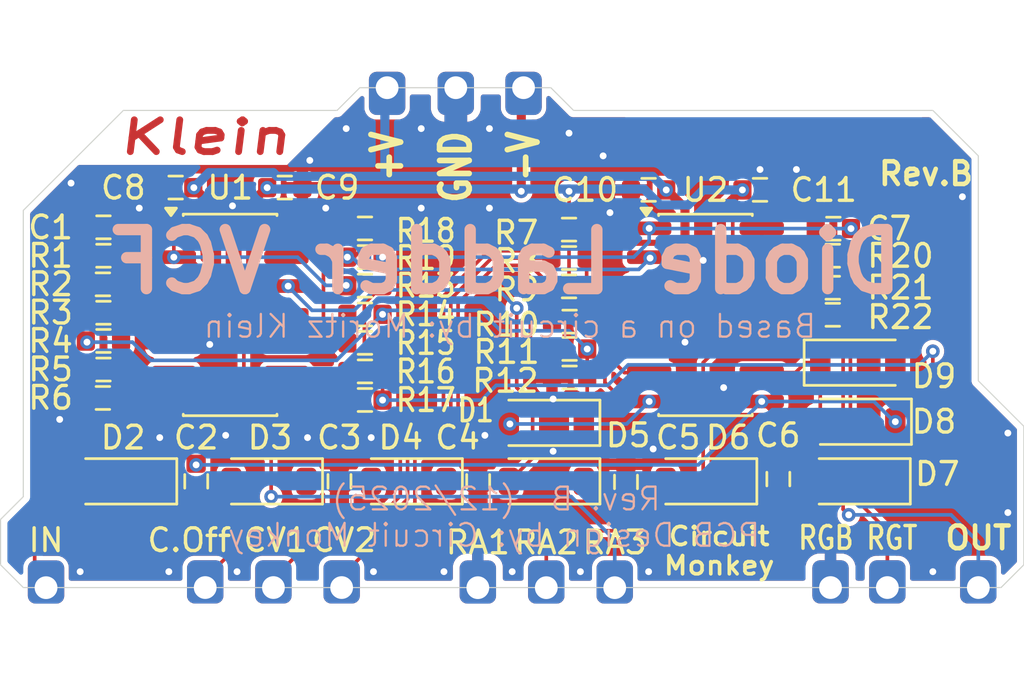
<source format=kicad_pcb>
(kicad_pcb (version 20241229) (generator "pcbnew") (generator_version "9.0")
  (title_block (title "Synth CHIPz module - Klein VCF") (date "2025-11-22") (rev "B") (company "Circuit Monkey") (comment 1 "MIT License") (comment 2 "https://www.youtube.com/watch?v=jvNNgUl3al0") (comment 3 "Based upon Moritz Klein's Diode Ladder Filter Design"))
  (layers (0 "F.Cu" signal) (2 "B.Cu" signal) (13 "F.Paste" user) (15 "B.Paste" user) (5 "F.SilkS" user "F.Silkscreen") (7 "B.SilkS" user "B.Silkscreen") (1 "F.Mask" user) (3 "B.Mask" user) (25 "Edge.Cuts" user))
  (net 0 "")
  (net 1 "Net-(C1-Pad2)")
  (net 2 "Net-(C1-Pad1)")
  (net 3 "Net-(D8-K)")
  (net 4 "Net-(D2-K)")
  (net 5 "Net-(D3-K)")
  (net 6 "GND")
  (net 7 "Net-(D4-K)")
  (net 8 "Net-(D5-K)")
  (net 9 "Net-(D6-K)")
  (net 10 "Net-(U2D-+)")
  (net 11 "Net-(C7-Pad1)")
  (net 12 "+15V")
  (net 13 "-15V")
  (net 14 "Net-(CST2-Pad1)")
  (net 15 "Net-(CST3-Pad1)")
  (net 16 "Net-(CST4-Pad1)")
  (net 17 "Net-(CST5-Pad1)")
  (net 18 "Net-(U1D--)")
  (net 19 "Net-(U2C-+)")
  (net 20 "Net-(U2D--)")
  (net 21 "Net-(D1-K)")
  (net 22 "Net-(D1-A)")
  (net 23 "Net-(D2-A)")
  (net 24 "Net-(D7-K)")
  (net 25 "Net-(D8-A)")
  (net 26 "Net-(U1A-+)")
  (net 27 "Net-(U1A--)")
  (net 28 "Net-(U1B--)")
  (net 29 "Net-(R6-Pad1)")
  (net 30 "Net-(U2B--)")
  (net 31 "Net-(U1C--)")
  (net 32 "Net-(U1C-+)")
  (net 33 "Net-(R17-Pad1)")
  (net 34 "Net-(U2A--)")
  (footprint "CM_Resistor_Capacitor:R_0603_1608Metric" (layer "F.Cu") (at 150.5 83.65 180)
    (property "Reference" "R6")
    (property "Value" "2K")
  )
  (footprint "CM_Resistor_Capacitor:R_0603_1608Metric" (layer "F.Cu") (at 171.025 81.5)
    (property "Reference" "R11")
    (property "Value" "100K")
  )
  (footprint "CM_Resistor_Capacitor:R_0603_1608Metric" (layer "F.Cu") (at 171.025 82.75 180)
    (property "Reference" "R12")
    (property "Value" "27K")
  )
  (footprint "CM_Connector_Castelated:cast-2.0-01P" (layer "F.Cu") (at 182.5 92 -90)
    (property "Reference" "CST6" (hide yes))
    (property "Value" "RGB")
  )
  (footprint "CM_Connector_Castelated:cast-2.0-01P" (layer "F.Cu") (at 170 92.005 -90)
    (property "Reference" "CST8" (hide yes))
    (property "Value" "RA2")
  )
  (footprint "CM_Connector_Castelated:cast-2.0-01P" (layer "F.Cu") (at 189 92 -90)
    (property "Reference" "CST13" (hide yes))
    (property "Value" "OUT")
  )
  (footprint "CM_Resistor_Capacitor:C_0603_1608Metric" (layer "F.Cu") (at 180.2 87.225 -90)
    (property "Reference" "C6")
    (property "Value" "1uF")
  )
  (footprint "CM_Resistor_Capacitor:C_0603_1608Metric" (layer "F.Cu") (at 153.7 74.4)
    (property "Reference" "C8")
    (property "Value" "0.1uF")
  )
  (footprint "CM_Resistor_Capacitor:R_0603_1608Metric" (layer "F.Cu") (at 150.525 77.4)
    (property "Reference" "R1")
    (property "Value" "100K")
  )
  (footprint "Diode_SMD:D_SOD-123" (layer "F.Cu") (at 170 84.75 180)
    (property "Reference" "D1")
    (property "Value" "1N4148")
  )
  (footprint "Diode_SMD:D_SOD-123" (layer "F.Cu") (at 157.8 87.325 180)
    (property "Reference" "D3")
    (property "Value" "1N4148")
  )
  (footprint "CM_Resistor_Capacitor:R_0603_1608Metric" (layer "F.Cu") (at 171 78.75)
    (property "Reference" "R9")
    (property "Value" "68K")
  )
  (footprint "CM_Resistor_Capacitor:R_0603_1608Metric" (layer "F.Cu") (at 171 76.25)
    (property "Reference" "R7")
    (property "Value" "100K")
  )
  (footprint "CM_Resistor_Capacitor:R_0603_1608Metric" (layer "F.Cu") (at 150.525 81.15)
    (property "Reference" "R4")
    (property "Value" "33K")
  )
  (footprint "CM_Connector_Castelated:cast-2.0-01P" (layer "F.Cu") (at 166.99 92.005 -90)
    (property "Reference" "CST9" (hide yes))
    (property "Value" "RA1")
  )
  (footprint "CM_Resistor_Capacitor:R_0603_1608Metric" (layer "F.Cu") (at 162.025 82.491667)
    (property "Reference" "R16")
    (property "Value" "33K")
  )
  (footprint "CM_Resistor_Capacitor:C_0603_1608Metric" (layer "F.Cu") (at 174.5 74.5)
    (property "Reference" "C10")
    (property "Value" "0.1uF")
  )
  (footprint "CM_Connector_Castelated:cast-2.0-01P" (layer "F.Cu") (at 155 92 -90)
    (property "Reference" "CST2" (hide yes))
    (property "Value" "C.Off")
  )
  (footprint "CM_Connector_Castelated:cast-2.0-01P" (layer "F.Cu") (at 185 92 -90)
    (property "Reference" "CST5" (hide yes))
    (property "Value" "RGT")
  )
  (footprint "CM_Resistor_Capacitor:R_0603_1608Metric" (layer "F.Cu") (at 162.025 78.716667)
    (property "Reference" "R13")
    (property "Value" "33K")
  )
  (footprint "CM_Resistor_Capacitor:C_0603_1608Metric" (layer "F.Cu") (at 158.5 74.4)
    (property "Reference" "C9")
    (property "Value" "0.1uF")
  )
  (footprint "CM_Resistor_Capacitor:R_0603_1608Metric" (layer "F.Cu") (at 162.025 79.975 180)
    (property "Reference" "R14")
    (property "Value" "33K")
  )
  (footprint "CM_Connector_Castelated:cast-2.0-01P" (layer "F.Cu") (at 169 70 90)
    (property "Reference" "CST12" (hide yes))
    (property "Value" "-V")
  )
  (footprint "CM_Resistor_Capacitor:R_0603_1608Metric" (layer "F.Cu") (at 182.6 77.4)
    (property "Reference" "R20")
    (property "Value" "200K")
  )
  (footprint "CM_Resistor_Capacitor:C_0603_1608Metric" (layer "F.Cu") (at 160.9 87.325 -90)
    (property "Reference" "C3")
    (property "Value" "1uF")
  )
  (footprint "CM_Resistor_Capacitor:C_0603_1608Metric" (layer "F.Cu") (at 167 87.325 -90)
    (property "Reference" "C4")
    (property "Value" "1uF")
  )
  (footprint "CM_Resistor_Capacitor:R_0603_1608Metric" (layer "F.Cu") (at 150.525 79.9 180)
    (property "Reference" "R3")
    (property "Value" "33K")
  )
  (footprint "CM_Resistor_Capacitor:C_0603_1608Metric" (layer "F.Cu") (at 173.5 87.35 -90)
    (property "Reference" "C5")
    (property "Value" "1uF")
  )
  (footprint "CM_Resistor_Capacitor:C_0603_1608Metric" (layer "F.Cu") (at 179.4 74.5)
    (property "Reference" "C11")
    (property "Value" "0.1uF")
  )
  (footprint "CM_Connector_Castelated:cast-2.0-01P" (layer "F.Cu") (at 158 92 -90)
    (property "Reference" "CST3" (hide yes))
    (property "Value" "CV1")
  )
  (footprint "CM_Resistor_Capacitor:R_0603_1608Metric" (layer "F.Cu") (at 162.025 81.233333)
    (property "Reference" "R15")
    (property "Value" "33K")
  )
  (footprint "Diode_SMD:D_SOD-123" (layer "F.Cu") (at 170 87.325 180)
    (property "Reference" "D5")
    (property "Value" "1N4148")
  )
  (footprint "CM_Resistor_Capacitor:R_0603_1608Metric" (layer "F.Cu") (at 150.525 82.4 180)
    (property "Reference" "R5")
    (property "Value" "33K")
  )
  (footprint "Diode_SMD:D_SOD-123" (layer "F.Cu") (at 183.65 87.325 180)
    (property "Reference" "D7")
    (property "Value" "1N4148")
  )
  (footprint "CM_Resistor_Capacitor:C_0603_1608Metric" (layer "F.Cu") (at 182.625 76.2 180)
    (property "Reference" "C7")
    (property "Value" "1uF")
  )
  (footprint "CM_Resistor_Capacitor:R_0603_1608Metric" (layer "F.Cu") (at 162.025 83.75)
    (property "Reference" "R17")
    (property "Value" "2K")
  )
  (footprint "CM_Resistor_Capacitor:R_0603_1608Metric" (layer "F.Cu") (at 171.025 80.3)
    (property "Reference" "R10")
    (property "Value" "14K")
  )
  (footprint "Package_SO:SO-14_3.9x8.65mm_P1.27mm" (layer "F.Cu") (at 156.095 80)
    (property "Reference" "U1")
    (property "Value" "TL074")
  )
  (footprint "CM_Resistor_Capacitor:C_0603_1608Metric" (layer "F.Cu") (at 150.525 76.15)
    (property "Reference" "C1")
    (property "Value" "1uF")
  )
  (footprint "Diode_SMD:D_SOD-123" (layer "F.Cu") (at 176.9 87.325 180)
    (property "Reference" "D6")
    (property "Value" "1N4148")
  )
  (footprint "Package_SO:SO-14_3.9x8.65mm_P1.27mm" (layer "F.Cu") (at 177 80)
    (property "Reference" "U2")
    (property "Value" "TL074")
  )
  (footprint "CM_Connector_Castelated:cast-2.0-01P" (layer "F.Cu") (at 161 92 -90)
    (property "Reference" "CST4" (hide yes))
    (property "Value" "CV2")
  )
  (footprint "CM_Connector_Castelated:cast-2.0-01P" (layer "F.Cu") (at 148 92.005 -90)
    (property "Reference" "CST1" (hide yes))
    (property "Value" "IN")
  )
  (footprint "CM_Resistor_Capacitor:C_0603_1608Metric" (layer "F.Cu") (at 154.6 87.325 -90)
    (property "Reference" "C2")
    (property "Value" "1uF")
  )
  (footprint "Diode_SMD:D_SOD-123" (layer "F.Cu") (at 163.95 87.325 180)
    (property "Reference" "D4")
    (property "Value" "1N4148")
  )
  (footprint "Diode_SMD:D_SOD-123" (layer "F.Cu") (at 151.39 87.325 180)
    (property "Reference" "D2")
    (property "Value" "1N4148")
  )
  (footprint "Diode_SMD:D_SOD-123" (layer "F.Cu") (at 183.7 82.1)
    (property "Reference" "D9")
    (property "Value" "1N4148")
  )
  (footprint "CM_Resistor_Capacitor:R_0603_1608Metric" (layer "F.Cu") (at 150.5 78.65 180)
    (property "Reference" "R2")
    (property "Value" "2K")
  )
  (footprint "CM_Connector_Castelated:cast-2.0-01P" (layer "F.Cu") (at 163 70 90)
    (property "Reference" "CST10" (hide yes))
    (property "Value" "+V")
  )
  (footprint "CM_Resistor_Capacitor:R_0603_1608Metric" (layer "F.Cu") (at 171 77.5)
    (property "Reference" "R8")
    (property "Value" "68K")
  )
  (footprint "CM_Connector_Castelated:cast-2.0-01P" (layer "F.Cu") (at 173.01 92.005 -90)
    (property "Reference" "CST7" (hide yes))
    (property "Value" "RA3")
  )
  (footprint "CM_Resistor_Capacitor:R_0603_1608Metric" (layer "F.Cu") (at 182.6 80)
    (property "Reference" "R22")
    (property "Value" "1K")
  )
  (footprint "CM_Resistor_Capacitor:R_0603_1608Metric" (layer "F.Cu") (at 162.025 77.458333)
    (property "Reference" "R19")
    (property "Value" "47K")
  )
  (footprint "CM_Resistor_Capacitor:R_0603_1608Metric" (layer "F.Cu") (at 182.6 78.8 180)
    (property "Reference" "R21")
    (property "Value" "100K")
  )
  (footprint "CM_Connector_Castelated:cast-2.0-01P" (layer "F.Cu") (at 166.02 70 90)
    (property "Reference" "CST11" (hide yes))
    (property "Value" "GND")
  )
  (footprint "Diode_SMD:D_SOD-123" (layer "F.Cu") (at 183.7 84.7 180)
    (property "Reference" "D8")
    (property "Value" "1N4148")
  )
  (footprint "CM_Resistor_Capacitor:R_0603_1608Metric" (layer "F.Cu") (at 162.025 76.2)
    (property "Reference" "R18")
    (property "Value" "1K")
  )
  (gr_poly (pts (xy 151.4 71) (xy 160.8 71) (xy 161.8 70) (xy 170.2 70) (xy 171.2 71) (xy 187 71) (xy 189 73) (xy 189 82.9) (xy 191 84.9) (xy 191 91) (xy 190 92) (xy 147 92) (xy 146 91) (xy 146 89) (xy 147 88) (xy 147 75.4)) (stroke (width 0.05)) (fill no) (layer "Edge.Cuts"))
  (gr_text "Diode Ladder VCF" (at 173.3 73 0) (layer "F.Cu" knockout) (effects (font (size 1.3 0.98)) (justify left bottom)))
  (gr_text "Klein" (at 155 73 0) (layer "F.Cu") (effects (font (size 1.4 2) (thickness 0.3) (bold yes) (italic yes)) (justify bottom)))
  (gr_text "Circuit\nMonkey" (at 177.6 91.5 0) (layer "F.SilkS") (effects (font (size 0.8 0.9) (thickness 0.16) (bold yes)) (justify bottom)))
  (gr_text "Rev.B" (at 186.7 73.2 0) (layer "F.SilkS") (effects (font (size 1 1) (thickness 0.2) (bold yes)) (justify top)))
  (gr_text "Rev. B  (12/2025)" (at 167.8 88.1 0) (layer "B.SilkS") (effects (font (size 1 1) (thickness 0.1)) (justify mirror)))
  (gr_text "Based on a circuit by: Moritz Klein" (at 168.4 80.5 0) (layer "B.SilkS") (effects (font (size 1 1) (thickness 0.1)) (justify mirror)))
  (gr_text "PCB Design by: Circuit Monkey" (at 167.7 89.7 0) (layer "B.SilkS") (effects (font (size 1 1) (thickness 0.1)) (justify mirror)))
  (gr_text "Diode Ladder VCF" (at 168.2 77.667051 0) (layer "B.SilkS") (effects (font (size 2.6 2.6) (thickness 0.5) (bold yes)) (justify mirror)))
  (segment (start 150.05 77.4) (end 151.3 76.15) (width 0.16) (layer "F.Cu") (net 1))
  (segment (start 149.75 77.4) (end 150.05 77.4) (width 0.16) (layer "F.Cu") (net 1))
  (segment (start 149.75 76.15) (end 147.95 76.15) (width 0.16) (layer "F.Cu") (net 2))
  (segment (start 147.5 91.119) (end 148 91.619) (width 0.16) (layer "F.Cu") (net 2))
  (segment (start 147.5 76.6) (end 147.5 91.119) (width 0.16) (layer "F.Cu") (net 2))
  (segment (start 147.95 76.15) (end 147.5 76.6) (width 0.16) (layer "F.Cu") (net 2))
  (segment (start 185.35 79.55) (end 185.35 82.1) (width 0.16) (layer "F.Cu") (net 3))
  (segment (start 185.35 84.7) (end 185.35 82.1) (width 0.16) (layer "F.Cu") (net 3))
  (segment (start 180.2 86.45) (end 180.2 84.535) (width 0.16) (layer "F.Cu") (net 3))
  (segment (start 183.375 78.8) (end 184.7 78.8) (width 0.16) (layer "F.Cu") (net 3))
  (segment (start 185.4 79.5) (end 185.35 79.55) (width 0.16) (layer "F.Cu") (net 3))
  (segment (start 184.7 78.8) (end 185.4 79.5) (width 0.16) (layer "F.Cu") (net 3))
  (segment (start 154.6 86.55) (end 154.6 86.6) (width 0.16) (layer "F.Cu") (net 3))
  (segment (start 180.2 84.535) (end 179.475 83.81) (width 0.16) (layer "F.Cu") (net 3))
  (via (at 154.6 86.6) (size 0.6) (drill 0.3) (layers "F.Cu" "B.Cu") (net 3))
  (via (at 179.475 83.81) (size 0.6) (drill 0.3) (layers "F.Cu" "B.Cu") (net 3))
  (via (at 185.35 84.7) (size 0.6) (drill 0.3) (layers "F.Cu" "B.Cu") (net 3))
  (segment (start 185.35 84.7) (end 185.3 84.7) (width 0.16) (layer "B.Cu") (net 3))
  (segment (start 154.6 86.6) (end 176.685 86.6) (width 0.16) (layer "B.Cu") (net 3))
  (segment (start 184.41 83.81) (end 179.475 83.81) (width 0.16) (layer "B.Cu") (net 3))
  (segment (start 176.685 86.6) (end 179.475 83.81) (width 0.16) (layer "B.Cu") (net 3))
  (segment (start 185.3 84.7) (end 184.41 83.81) (width 0.16) (layer "B.Cu") (net 3))
  (segment (start 153.04 87.325) (end 153.825 87.325) (width 0.16) (layer "F.Cu") (net 4))
  (segment (start 156.15 87.325) (end 155.375 87.325) (width 0.16) (layer "F.Cu") (net 4))
  (segment (start 153.825 87.325) (end 154.6 88.1) (width 0.16) (layer "F.Cu") (net 4))
  (segment (start 155.375 87.325) (end 154.6 88.1) (width 0.16) (layer "F.Cu") (net 4))
  (segment (start 160.125 87.325) (end 160.9 88.1) (width 0.16) (layer "F.Cu") (net 5))
  (segment (start 159.45 87.325) (end 160.125 87.325) (width 0.16) (layer "F.Cu") (net 5))
  (segment (start 162.3 87.325) (end 161.675 87.325) (width 0.16) (layer "F.Cu") (net 5))
  (segment (start 161.675 87.325) (end 160.9 88.1) (width 0.16) (layer "F.Cu") (net 5))
  (via (at 167.3 85.3) (size 0.6) (drill 0.3) (layers "F.Cu" "B.Cu") (net 6))
  (via (at 149.1 74.2) (size 0.6) (drill 0.3) (layers "F.Cu" "B.Cu") (net 6))
  (via (at 176.9 77.6) (size 0.6) (drill 0.3) (layers "F.Cu" "B.Cu") (net 6))
  (via (at 168.5 91.3) (size 0.6) (drill 0.3) (layers "F.Cu" "B.Cu") (net 6))
  (via (at 170.3 86) (size 0.6) (drill 0.3) (layers "F.Cu" "B.Cu") (net 6))
  (via (at 188.3 74.8) (size 0.6) (drill 0.3) (layers "F.Cu" "B.Cu") (net 6))
  (via (at 174.5 91.3) (size 0.6) (drill 0.3) (layers "F.Cu" "B.Cu") (net 6))
  (via (at 170.3 83.7) (size 0.6) (drill 0.3) (layers "F.Cu" "B.Cu") (net 6))
  (via (at 176.1 81.2) (size 0.6) (drill 0.3) (layers "F.Cu" "B.Cu") (net 6))
  (via (at 162.4 91.3) (size 0.6) (drill 0.3) (layers "F.Cu" "B.Cu") (net 6))
  (via (at 161.2 71.8) (size 0.6) (drill 0.3) (layers "F.Cu" "B.Cu") (net 6))
  (via (at 190.3 88.7) (size 0.6) (drill 0.3) (layers "F.Cu" "B.Cu") (net 6))
  (via (at 190.3 85.2) (size 0.6) (drill 0.3) (layers "F.Cu" "B.Cu") (net 6))
  (via (at 181 73.6) (size 0.6) (drill 0.3) (layers "F.Cu" "B.Cu") (net 6))
  (via (at 152.1 75.3) (size 0.6) (drill 0.3) (layers "F.Cu" "B.Cu") (net 6))
  (via (at 171 72) (size 0.6) (drill 0.3) (layers "F.Cu" "B.Cu") (net 6))
  (via (at 159.6 73.2) (size 0.6) (drill 0.3) (layers "F.Cu" "B.Cu") (net 6))
  (via (at 156.2 75.2) (size 0.6) (drill 0.3) (layers "F.Cu" "B.Cu") (net 6))
  (via (at 148.6 84.6) (size 0.6) (drill 0.3) (layers "F.Cu" "B.Cu") (net 6))
  (via (at 160.3 75.3) (size 0.6) (drill 0.3) (layers "F.Cu" "B.Cu") (net 6))
  (via (at 167.5 75.3) (size 0.6) (drill 0.3) (layers "F.Cu" "B.Cu") (net 6))
  (via (at 177.8 83.2) (size 0.6) (drill 0.3) (layers "F.Cu" "B.Cu") (net 6))
  (via (at 164.5 75.3) (size 0.6) (drill 0.3) (layers "F.Cu" "B.Cu") (net 6))
  (via (at 171.5 91.3) (size 0.6) (drill 0.3) (layers "F.Cu" "B.Cu") (net 6))
  (via (at 155.9 85.3) (size 0.6) (drill 0.3) (layers "F.Cu" "B.Cu") (net 6))
  (via (at 167.5 71.8) (size 0.6) (drill 0.3) (layers "F.Cu" "B.Cu") (net 6))
  (via (at 156.4 91.3) (size 0.6) (drill 0.3) (layers "F.Cu" "B.Cu") (net 6))
  (via (at 179.4 73.6) (size 0.6) (drill 0.3) (layers "F.Cu" "B.Cu") (net 6))
  (via (at 153 85.4) (size 0.6) (drill 0.3) (layers "F.Cu" "B.Cu") (net 6))
  (via (at 172.8 75.5) (size 0.6) (drill 0.3) (layers "F.Cu" "B.Cu") (net 6))
  (via (at 172.5 73) (size 0.6) (drill 0.3) (layers "F.Cu" "B.Cu") (net 6))
  (via (at 155.2 81.3) (size 0.6) (drill 0.3) (layers "F.Cu" "B.Cu") (net 6))
  (via (at 162.3 85.4) (size 0.6) (drill 0.3) (layers "F.Cu" "B.Cu") (net 6))
  (via (at 187 91.3) (size 0.6) (drill 0.3) (layers "F.Cu" "B.Cu") (net 6))
  (via (at 149.5 91.3) (size 0.6) (drill 0.3) (layers "F.Cu" "B.Cu") (net 6))
  (via (at 153.4 91.3) (size 0.6) (drill 0.3) (layers "F.Cu" "B.Cu") (net 6))
  (via (at 164.5 71.8) (size 0.6) (drill 0.3) (layers "F.Cu" "B.Cu") (net 6))
  (via (at 159.5 85.4) (size 0.6) (drill 0.3) (layers "F.Cu" "B.Cu") (net 6))
  (via (at 165.5 91.3) (size 0.6) (drill 0.3) (layers "F.Cu" "B.Cu") (net 6))
  (via (at 174.7 85.9) (size 0.6) (drill 0.3) (layers "F.Cu" "B.Cu") (net 6))
  (segment (start 168.375 87.325) (end 168.35 87.325) (width 0.16) (layer "F.Cu") (net 7))
  (segment (start 169.4 83.9) (end 169.4 86.3) (width 0.16) (layer "F.Cu") (net 7))
  (segment (start 166.225 87.325) (end 167 88.1) (width 0.16) (layer "F.Cu") (net 7))
  (segment (start 168.35 87.325) (end 167.775 87.325) (width 0.16) (layer "F.Cu") (net 7))
  (segment (start 168.7 79.7) (end 168.7 83.2) (width 0.16) (layer "F.Cu") (net 7))
  (segment (start 168.7 83.2) (end 169.4 83.9) (width 0.16) (layer "F.Cu") (net 7))
  (segment (start 158.643403 78.73) (end 158.646785 78.733382) (width 0.16) (layer "F.Cu") (net 7))
  (segment (start 169.4 86.3) (end 168.375 87.325) (width 0.16) (layer "F.Cu") (net 7))
  (segment (start 158.57 78.73) (end 158.643403 78.73) (width 0.16) (layer "F.Cu") (net 7))
  (segment (start 165.6 87.325) (end 166.225 87.325) (width 0.16) (layer "F.Cu") (net 7))
  (segment (start 167.775 87.325) (end 167 88.1) (width 0.16) (layer "F.Cu") (net 7))
  (via (at 158.646785 78.733382) (size 0.6) (drill 0.3) (layers "F.Cu" "B.Cu") (net 7))
  (via (at 168.7 79.7) (size 0.6) (drill 0.3) (layers "F.Cu" "B.Cu") (net 7))
  (segment (start 162.45 78.9) (end 167.9 78.9) (width 0.16) (layer "B.Cu") (net 7))
  (segment (start 161.55 79.8) (end 162.45 78.9) (width 0.16) (layer "B.Cu") (net 7))
  (segment (start 158.646785 78.746785) (end 159.7 79.8) (width 0.16) (layer "B.Cu") (net 7))
  (segment (start 167.9 78.9) (end 168.7 79.7) (width 0.16) (layer "B.Cu") (net 7))
  (segment (start 158.646785 78.733382) (end 158.646785 78.746785) (width 0.16) (layer "B.Cu") (net 7))
  (segment (start 159.7 79.8) (end 161.55 79.8) (width 0.16) (layer "B.Cu") (net 7))
  (segment (start 172.7 87.325) (end 173.5 88.125) (width 0.16) (layer "F.Cu") (net 8))
  (segment (start 171.65 87.325) (end 172.7 87.325) (width 0.16) (layer "F.Cu") (net 8))
  (segment (start 174.3 87.325) (end 173.5 88.125) (width 0.16) (layer "F.Cu") (net 8))
  (segment (start 175.25 87.325) (end 174.3 87.325) (width 0.16) (layer "F.Cu") (net 8))
  (segment (start 180.875 87.325) (end 180.2 88) (width 0.16) (layer "F.Cu") (net 9))
  (segment (start 178.55 87.325) (end 179.525 87.325) (width 0.16) (layer "F.Cu") (net 9))
  (segment (start 182 87.325) (end 180.875 87.325) (width 0.16) (layer "F.Cu") (net 9))
  (segment (start 179.525 87.325) (end 180.2 88) (width 0.16) (layer "F.Cu") (net 9))
  (segment (start 178.2 75.9) (end 178.2 78.6) (width 0.16) (layer "F.Cu") (net 10))
  (segment (start 181.85 76.2) (end 181.25 75.6) (width 0.16) (layer "F.Cu") (net 10))
  (segment (start 181.25 75.6) (end 178.5 75.6) (width 0.16) (layer "F.Cu") (net 10))
  (segment (start 178.2 78.6) (end 178.33 78.73) (width 0.16) (layer "F.Cu") (net 10))
  (segment (start 181.85 77.375) (end 181.825 77.4) (width 0.16) (layer "F.Cu") (net 10))
  (segment (start 181.85 76.2) (end 181.85 77.375) (width 0.16) (layer "F.Cu") (net 10))
  (segment (start 178.33 78.73) (end 179.475 78.73) (width 0.16) (layer "F.Cu") (net 10))
  (segment (start 178.5 75.6) (end 178.2 75.9) (width 0.16) (layer "F.Cu") (net 10))
  (via (at 174.525 76.19) (size 0.6) (drill 0.3) (layers "F.Cu" "B.Cu") (net 11))
  (via (at 162.8 77.458333) (size 0.6) (drill 0.3) (layers "F.Cu" "B.Cu") (net 11))
  (via (at 183.4 76.2) (size 0.6) (drill 0.3) (layers "F.Cu" "B.Cu") (net 11))
  (segment (start 173.841667 77.458333) (end 162.8 77.458333) (width 0.16) (layer "B.Cu") (net 11))
  (segment (start 174.525 76.19) (end 174.525 76.775) (width 0.16) (layer "B.Cu") (net 11))
  (segment (start 174.535 76.2) (end 174.525 76.19) (width 0.16) (layer "B.Cu") (net 11))
  (segment (start 183.4 76.2) (end 174.535 76.2) (width 0.16) (layer "B.Cu") (net 11))
  (segment (start 174.525 76.775) (end 173.841667 77.458333) (width 0.16) (layer "B.Cu") (net 11))
  (segment (start 154.9 80) (end 153.62 80) (width 0.4) (layer "F.Cu") (net 12))
  (segment (start 154.5 74.4) (end 155.5 75.4) (width 0.4) (layer "F.Cu") (net 12))
  (segment (start 155.5 79.4) (end 154.9 80) (width 0.4) (layer "F.Cu") (net 12))
  (segment (start 154.475 74.4) (end 154.5 74.4) (width 0.4) (layer "F.Cu") (net 12))
  (segment (start 155.5 75.4) (end 155.5 79.4) (width 0.4) (layer "F.Cu") (net 12))
  (segment (start 176.1 79.6) (end 176.1 75.3) (width 0.4) (layer "F.Cu") (net 12))
  (segment (start 176.1 75.3) (end 175.3 74.5) (width 0.4) (layer "F.Cu") (net 12))
  (segment (start 175.7 80) (end 176.1 79.6) (width 0.4) (layer "F.Cu") (net 12))
  (segment (start 175.3 74.5) (end 175.275 74.5) (width 0.4) (layer "F.Cu") (net 12))
  (segment (start 174.525 80) (end 175.7 80) (width 0.4) (layer "F.Cu") (net 12))
  (via (at 175.275 74.5) (size 0.6) (drill 0.3) (layers "F.Cu" "B.Cu") (net 12))
  (via (at 154.5 74.4) (size 0.6) (drill 0.3) (layers "F.Cu" "B.Cu") (net 12))
  (segment (start 174.675 73.9) (end 162.9 73.9) (width 0.4) (layer "B.Cu") (net 12))
  (segment (start 162.9 73.9) (end 158.159796 73.9) (width 0.4) (layer "B.Cu") (net 12))
  (segment (start 158.159796 73.9) (end 157.998796 73.739) (width 0.4) (layer "B.Cu") (net 12))
  (segment (start 175.275 74.5) (end 174.675 73.9) (width 0.4) (layer "B.Cu") (net 12))
  (segment (start 162.9 70.501) (end 163 70.501) (width 0.4) (layer "B.Cu") (net 12))
  (segment (start 157.998796 73.739) (end 155.161 73.739) (width 0.4) (layer "B.Cu") (net 12))
  (segment (start 162.9 73.9) (end 162.9 70.501) (width 0.4) (layer "B.Cu") (net 12))
  (segment (start 155.161 73.739) (end 154.5 74.4) (width 0.4) (layer "B.Cu") (net 12))
  (segment (start 157.7 74.4) (end 157.725 74.4) (width 0.4) (layer "F.Cu") (net 13))
  (segment (start 177.7 79.4) (end 178.3 80) (width 0.4) (layer "F.Cu") (net 13))
  (segment (start 170.25 81.5) (end 169.7 81.5) (width 0.16) (layer "F.Cu") (net 13))
  (segment (start 178.6 74.5) (end 177.7 75.4) (width 0.4) (layer "F.Cu") (net 13))
  (segment (start 178.625 74.5) (end 178.6 74.5) (width 0.4) (layer "F.Cu") (net 13))
  (segment (start 170.471038 79.6) (end 171 79.071038) (width 0.16) (layer "F.Cu") (net 13))
  (segment (start 171 79.071038) (end 171 74.56) (width 0.16) (layer "F.Cu") (net 13))
  (segment (start 169.4 79.6) (end 170.471038 79.6) (width 0.16) (layer "F.Cu") (net 13))
  (segment (start 169.7 81.5) (end 169.3 81.1) (width 0.16) (layer "F.Cu") (net 13))
  (segment (start 158.57 80) (end 157.4 80) (width 0.4) (layer "F.Cu") (net 13))
  (segment (start 157.4 80) (end 157 79.6) (width 0.4) (layer "F.Cu") (net 13))
  (segment (start 169.3 81.1) (end 169.3 79.7) (width 0.16) (layer "F.Cu") (net 13))
  (segment (start 178.3 80) (end 179.475 80) (width 0.4) (layer "F.Cu") (net 13))
  (segment (start 168.9 74.56) (end 168.9 70.501) (width 0.4) (layer "F.Cu") (net 13))
  (segment (start 177.7 75.4) (end 177.7 79.4) (width 0.4) (layer "F.Cu") (net 13))
  (segment (start 169.3 79.7) (end 169.4 79.6) (width 0.16) (layer "F.Cu") (net 13))
  (segment (start 157 79.6) (end 157 75.1) (width 0.4) (layer "F.Cu") (net 13))
  (segment (start 157 75.1) (end 157.7 74.4) (width 0.4) (layer "F.Cu") (net 13))
  (segment (start 168.9 70.501) (end 169 70.501) (width 0.4) (layer "F.Cu") (net 13))
  (via (at 168.9 74.56) (size 0.6) (drill 0.3) (layers "F.Cu" "B.Cu") (net 13))
  (via (at 157.725 74.4) (size 0.6) (drill 0.3) (layers "F.Cu" "B.Cu") (net 13))
  (via (at 178.625 74.5) (size 0.6) (drill 0.3) (layers "F.Cu" "B.Cu") (net 13))
  (via (at 171 74.56) (size 0.6) (drill 0.3) (layers "F.Cu" "B.Cu") (net 13))
  (segment (start 157.786 74.461) (end 168.9 74.461) (width 0.4) (layer "B.Cu") (net 13))
  (segment (start 176.9 74.5) (end 178.625 74.5) (width 0.4) (layer "B.Cu") (net 13))
  (segment (start 168.9 74.461) (end 174.301204 74.461) (width 0.4) (layer "B.Cu") (net 13))
  (segment (start 174.301204 74.461) (end 175.001204 75.161) (width 0.4) (layer "B.Cu") (net 13))
  (segment (start 176.239 75.161) (end 176.9 74.5) (width 0.4) (layer "B.Cu") (net 13))
  (segment (start 168.9 74.461) (end 168.9 74.56) (width 0.4) (layer "B.Cu") (net 13))
  (segment (start 175.001204 75.161) (end 176.239 75.161) (width 0.4) (layer "B.Cu") (net 13))
  (segment (start 157.725 74.4) (end 157.786 74.461) (width 0.4) (layer "B.Cu") (net 13))
  (segment (start 167.467038 77.179) (end 165.479 79.167038) (width 0.16) (layer "F.Cu") (net 14))
  (segment (start 161.667038 89.879) (end 156.721 89.879) (width 0.16) (layer "F.Cu") (net 14))
  (segment (start 156.721 89.879) (end 155 91.6) (width 0.16) (layer "F.Cu") (net 14))
  (segment (start 163.579 87.967038) (end 161.667038 89.879) (width 0.16) (layer "F.Cu") (net 14))
  (segment (start 165.479 84.167038) (end 163.579 86.067038) (width 0.16) (layer "F.Cu") (net 14))
  (segment (start 155 91.619) (end 154.9 91.619) (width 0.16) (layer "F.Cu") (net 14))
  (segment (start 170.25 76.25) (end 169.321 77.179) (width 0.16) (layer "F.Cu") (net 14))
  (segment (start 155 91.6) (end 155 91.619) (width 0.16) (layer "F.Cu") (net 14))
  (segment (start 169.321 77.179) (end 167.467038 77.179) (width 0.16) (layer "F.Cu") (net 14))
  (segment (start 165.479 79.167038) (end 165.479 84.167038) (width 0.16) (layer "F.Cu") (net 14))
  (segment (start 163.579 86.067038) (end 163.579 87.967038) (width 0.16) (layer "F.Cu") (net 14))
  (segment (start 165.8 84.3) (end 163.9 86.2) (width 0.16) (layer "F.Cu") (net 15))
  (segment (start 167.6 77.5) (end 165.8 79.3) (width 0.16) (layer "F.Cu") (net 15))
  (segment (start 163.9 88.1) (end 161.8 90.2) (width 0.16) (layer "F.Cu") (net 15))
  (segment (start 163.9 86.2) (end 163.9 88.1) (width 0.16) (layer "F.Cu") (net 15))
  (segment (start 159.4 90.2) (end 157.981 91.619) (width 0.16) (layer "F.Cu") (net 15))
  (segment (start 161.8 90.2) (end 159.4 90.2) (width 0.16) (layer "F.Cu") (net 15))
  (segment (start 165.8 79.3) (end 165.8 84.3) (width 0.16) (layer "F.Cu") (net 15))
  (segment (start 170.225 77.5) (end 167.6 77.5) (width 0.16) (layer "F.Cu") (net 15))
  (segment (start 157.981 91.619) (end 157.9 91.619) (width 0.16) (layer "F.Cu") (net 15))
  (segment (start 164.221 88.279) (end 160.9 91.6) (width 0.16) (layer "F.Cu") (net 16))
  (segment (start 167.779 77.821) (end 166.121 79.479) (width 0.16) (layer "F.Cu") (net 16))
  (segment (start 166.121 79.479) (end 166.121 84.432962) (width 0.16) (layer "F.Cu") (net 16))
  (segment (start 170.225 78.75) (end 169.296 77.821) (width 0.16) (layer "F.Cu") (net 16))
  (segment (start 166.121 84.432962) (end 164.221 86.332963) (width 0.16) (layer "F.Cu") (net 16))
  (segment (start 169.296 77.821) (end 167.779 77.821) (width 0.16) (layer "F.Cu") (net 16))
  (segment (start 160.9 91.6) (end 160.9 91.619) (width 0.16) (layer "F.Cu") (net 16))
  (segment (start 164.221 86.332963) (end 164.221 88.279) (width 0.16) (layer "F.Cu") (net 16))
  (segment (start 183.375 87.875) (end 185 89.5) (width 0.16) (layer "F.Cu") (net 17))
  (segment (start 183.375 80) (end 183.375 87.875) (width 0.16) (layer "F.Cu") (net 17))
  (segment (start 185 89.5) (end 185 91.619) (width 0.16) (layer "F.Cu") (net 17))
  (segment (start 158.57 76.19) (end 158.57 77.46) (width 0.16) (layer "F.Cu") (net 18))
  (segment (start 157.9 88) (end 157.9 86.3) (width 0.16) (layer "F.Cu") (net 18))
  (segment (start 160 80.6) (end 160.2 80.4) (width 0.16) (layer "F.Cu") (net 18))
  (segment (start 160.2 77.7) (end 159.96 77.46) (width 0.16) (layer "F.Cu") (net 18))
  (segment (start 157.3 80.6) (end 160 80.6) (width 0.16) (layer "F.Cu") (net 18))
  (segment (start 159.96 77.46) (end 158.57 77.46) (width 0.16) (layer "F.Cu") (net 18))
  (segment (start 156.7 85.1) (end 156.7 81.2) (width 0.16) (layer "F.Cu") (net 18))
  (segment (start 160.2 80.4) (end 160.2 77.7) (width 0.16) (layer "F.Cu") (net 18))
  (segment (start 158.58 76.2) (end 158.57 76.19) (width 0.16) (layer "F.Cu") (net 18))
  (segment (start 161.25 76.2) (end 158.58 76.2) (width 0.16) (layer "F.Cu") (net 18))
  (segment (start 157.9 86.3) (end 156.7 85.1) (width 0.16) (layer "F.Cu") (net 18))
  (segment (start 156.7 81.2) (end 157.3 80.6) (width 0.16) (layer "F.Cu") (net 18))
  (via (at 157.9 88) (size 0.6) (drill 0.3) (layers "F.Cu" "B.Cu") (net 18))
  (segment (start 157.9 88) (end 171.1 88) (width 0.16) (layer "B.Cu") (net 18))
  (segment (start 171.1 88) (end 173.01 89.91) (width 0.16) (layer "B.Cu") (net 18))
  (segment (start 173.01 89.91) (end 173.01 91.619) (width 0.16) (layer "B.Cu") (net 18))
  (segment (start 176.9 82.1) (end 176.9 89.1) (width 0.16) (layer "F.Cu") (net 19))
  (segment (start 170 90.3) (end 170 91.619) (width 0.16) (layer "F.Cu") (net 19))
  (segment (start 179.475 81.27) (end 177.73 81.27) (width 0.16) (layer "F.Cu") (net 19))
  (segment (start 177.73 81.27) (end 176.9 82.1) (width 0.16) (layer "F.Cu") (net 19))
  (segment (start 176.9 89.1) (end 176.5 89.5) (width 0.16) (layer "F.Cu") (net 19))
  (segment (start 176.5 89.5) (end 170.8 89.5) (width 0.16) (layer "F.Cu") (net 19))
  (segment (start 170.8 89.5) (end 170 90.3) (width 0.16) (layer "F.Cu") (net 19))
  (segment (start 182.3 78.1) (end 182.7 78.5) (width 0.16) (layer "F.Cu") (net 20))
  (segment (start 180.8 78.1) (end 182.3 78.1) (width 0.16) (layer "F.Cu") (net 20))
  (segment (start 183.054 81.096371) (end 183.054 88.554) (width 0.16) (layer "F.Cu") (net 20))
  (segment (start 179.475 77.46) (end 180.16 77.46) (width 0.16) (layer "F.Cu") (net 20))
  (segment (start 182.7 78.5) (end 182.7 80.742371) (width 0.16) (layer "F.Cu") (net 20))
  (segment (start 180.16 77.46) (end 180.8 78.1) (width 0.16) (layer "F.Cu") (net 20))
  (segment (start 179.475 76.19) (end 179.475 77.46) (width 0.16) (layer "F.Cu") (net 20))
  (segment (start 183.054 88.554) (end 183.3 88.8) (width 0.16) (layer "F.Cu") (net 20))
  (segment (start 182.7 80.742371) (end 183.054 81.096371) (width 0.16) (layer "F.Cu") (net 20))
  (via (at 183.3 88.8) (size 0.6) (drill 0.3) (layers "F.Cu" "B.Cu") (net 20))
  (segment (start 183.3 88.8) (end 187.8 88.8) (width 0.16) (layer "B.Cu") (net 20))
  (segment (start 189 90) (end 189 91.619) (width 0.16) (layer "B.Cu") (net 20))
  (segment (start 187.8 88.8) (end 189 90) (width 0.16) (layer "B.Cu") (net 20))
  (segment (start 171.8 84.6) (end 171.65 84.75) (width 0.16) (layer "F.Cu") (net 21))
  (segment (start 171.8 82.75) (end 171.8 84.6) (width 0.16) (layer "F.Cu") (net 21))
  (segment (start 171.8 81.5) (end 171.8 82.75) (width 0.16) (layer "F.Cu") (net 21))
  (segment (start 149.75 81.15) (end 149.8 81.2) (width 0.16) (layer "F.Cu") (net 21))
  (via (at 171.8 81.5) (size 0.6) (drill 0.3) (layers "F.Cu" "B.Cu") (net 21))
  (via (at 162.8 79.975) (size 0.6) (drill 0.3) (layers "F.Cu" "B.Cu") (net 21))
  (via (at 149.8 81.2) (size 0.6) (drill 0.3) (layers "F.Cu" "B.Cu") (net 21))
  (segment (start 152.6 82) (end 160.775 82) (width 0.16) (layer "B.Cu") (net 21))
  (segment (start 171 80.7) (end 171.8 81.5) (width 0.16) (layer "B.Cu") (net 21))
  (segment (start 168 80.7) (end 171 80.7) (width 0.16) (layer "B.Cu") (net 21))
  (segment (start 162.8 79.975) (end 162.975 79.8) (width 0.16) (layer "B.Cu") (net 21))
  (segment (start 167.1 79.8) (end 168 80.7) (width 0.16) (layer "B.Cu") (net 21))
  (segment (start 162.975 79.8) (end 167.1 79.8) (width 0.16) (layer "B.Cu") (net 21))
  (segment (start 151.8 81.2) (end 152.6 82) (width 0.16) (layer "B.Cu") (net 21))
  (segment (start 149.8 81.2) (end 151.8 81.2) (width 0.16) (layer "B.Cu") (net 21))
  (segment (start 160.775 82) (end 162.8 79.975) (width 0.16) (layer "B.Cu") (net 21))
  (segment (start 174.525 83.81) (end 173.41 83.81) (width 0.16) (layer "F.Cu") (net 22))
  (segment (start 172.579 82.979) (end 172.579 80.779) (width 0.16) (layer "F.Cu") (net 22))
  (segment (start 172.579 80.779) (end 171.8 80) (width 0.16) (layer "F.Cu") (net 22))
  (segment (start 168.35 84.75) (end 168.4 84.8) (width 0.16) (layer "F.Cu") (net 22))
  (segment (start 173.41 83.81) (end 172.579 82.979) (width 0.16) (layer "F.Cu") (net 22))
  (via (at 174.525 83.81) (size 0.6) (drill 0.3) (layers "F.Cu" "B.Cu") (net 22))
  (via (at 168.4 84.8) (size 0.6) (drill 0.3) (layers "F.Cu" "B.Cu") (net 22))
  (segment (start 168.4 84.8) (end 173.535 84.8) (width 0.16) (layer "B.Cu") (net 22))
  (segment (start 173.535 84.8) (end 174.525 83.81) (width 0.16) (layer "B.Cu") (net 22))
  (segment (start 149.74 87.325) (end 149.74 83.665) (width 0.16) (layer "F.Cu") (net 23))
  (segment (start 149.75 83.625) (end 149.725 83.65) (width 0.16) (layer "F.Cu") (net 23))
  (segment (start 149.75 82.4) (end 149.75 83.625) (width 0.16) (layer "F.Cu") (net 23))
  (segment (start 149.74 83.665) (end 149.725 83.65) (width 0.16) (layer "F.Cu") (net 23))
  (segment (start 186.375 87.325) (end 185.3 87.325) (width 0.16) (layer "F.Cu") (net 24))
  (segment (start 162.8 82.491667) (end 162.8 83.75) (width 0.16) (layer "F.Cu") (net 24))
  (segment (start 187 81.6) (end 187 86.7) (width 0.16) (layer "F.Cu") (net 24))
  (segment (start 187 86.7) (end 186.375 87.325) (width 0.16) (layer "F.Cu") (net 24))
  (via (at 162.8 83.75) (size 0.6) (drill 0.3) (layers "F.Cu" "B.Cu") (net 24))
  (via (at 187 81.6) (size 0.6) (drill 0.3) (layers "F.Cu" "B.Cu") (net 24))
  (segment (start 186.4 82.2) (end 187 81.6) (width 0.16) (layer "B.Cu") (net 24))
  (segment (start 172.7 83.1) (end 173.6 82.2) (width 0.16) (layer "B.Cu") (net 24))
  (segment (start 162.8 83.75) (end 167.15 83.75) (width 0.16) (layer "B.Cu") (net 24))
  (segment (start 167.15 83.75) (end 167.8 83.1) (width 0.16) (layer "B.Cu") (net 24))
  (segment (start 173.6 82.2) (end 186.4 82.2) (width 0.16) (layer "B.Cu") (net 24))
  (segment (start 167.8 83.1) (end 172.7 83.1) (width 0.16) (layer "B.Cu") (net 24))
  (segment (start 180.96 82.54) (end 179.475 82.54) (width 0.16) (layer "F.Cu") (net 25))
  (segment (start 182.05 84.7) (end 182.05 82.1) (width 0.16) (layer "F.Cu") (net 25))
  (segment (start 182.05 80.4) (end 182.05 82.1) (width 0.16) (layer "F.Cu") (net 25))
  (segment (start 181.825 78.8) (end 181.825 80) (width 0.16) (layer "F.Cu") (net 25))
  (segment (start 181.825 80) (end 181.825 80.175) (width 0.16) (layer "F.Cu") (net 25))
  (segment (start 182.05 82.1) (end 181.4 82.1) (width 0.16) (layer "F.Cu") (net 25))
  (segment (start 181.825 80.175) (end 182.05 80.4) (width 0.16) (layer "F.Cu") (net 25))
  (segment (start 181.4 82.1) (end 180.96 82.54) (width 0.16) (layer "F.Cu") (net 25))
  (segment (start 151.3 77.4) (end 151.3 78.625) (width 0.16) (layer "F.Cu") (net 26))
  (segment (start 151.3 78.625) (end 151.275 78.65) (width 0.16) (layer "F.Cu") (net 26))
  (segment (start 151.355 78.73) (end 151.275 78.65) (width 0.16) (layer "F.Cu") (net 26))
  (segment (start 153.62 78.73) (end 151.355 78.73) (width 0.16) (layer "F.Cu") (net 26))
  (segment (start 152.5 79.4) (end 154.7 79.4) (width 0.16) (layer "F.Cu") (net 27))
  (segment (start 155 78.1825) (end 154.2775 77.46) (width 0.16) (layer "F.Cu") (net 27))
  (segment (start 153.62 77.46) (end 153.62 76.19) (width 0.16) (layer "F.Cu") (net 27))
  (segment (start 154.2775 77.46) (end 153.62 77.46) (width 0.16) (layer "F.Cu") (net 27))
  (segment (start 155 79.1) (end 155 78.1825) (width 0.16) (layer "F.Cu") (net 27))
  (segment (start 152 79.9) (end 152.5 79.4) (width 0.16) (layer "F.Cu") (net 27))
  (segment (start 154.7 79.4) (end 155 79.1) (width 0.16) (layer "F.Cu") (net 27))
  (segment (start 161.216667 78.716667) (end 161.2 78.7) (width 0.16) (layer "F.Cu") (net 27))
  (segment (start 151.3 79.9) (end 152 79.9) (width 0.16) (layer "F.Cu") (net 27))
  (segment (start 161.25 78.716667) (end 161.216667 78.716667) (width 0.16) (layer "F.Cu") (net 27))
  (via (at 161.2 78.7) (size 0.6) (drill 0.3) (layers "F.Cu" "B.Cu") (net 27))
  (via (at 153.62 77.46) (size 0.6) (drill 0.3) (layers "F.Cu" "B.Cu") (net 27))
  (segment (start 153.62 77.46) (end 159.06 77.46) (width 0.16) (layer "B.Cu") (net 27))
  (segment (start 160.3 78.7) (end 161.2 78.7) (width 0.16) (layer "B.Cu") (net 27))
  (segment (start 159.06 77.46) (end 160.3 78.7) (width 0.16) (layer "B.Cu") (net 27))
  (segment (start 149.75 79.9) (end 150.05 79.9) (width 0.16) (layer "F.Cu") (net 28))
  (segment (start 150.05 79.9) (end 151.3 81.15) (width 0.16) (layer "F.Cu") (net 28))
  (segment (start 151.44 82.54) (end 151.3 82.4) (width 0.16) (layer "F.Cu") (net 28))
  (segment (start 151.3 82.4) (end 151.3 81.15) (width 0.16) (layer "F.Cu") (net 28))
  (segment (start 153.62 82.54) (end 151.44 82.54) (width 0.16) (layer "F.Cu") (net 28))
  (segment (start 151.435 83.81) (end 151.275 83.65) (width 0.16) (layer "F.Cu") (net 29))
  (segment (start 153.62 83.81) (end 151.435 83.81) (width 0.16) (layer "F.Cu") (net 29))
  (segment (start 171.775 78.75) (end 171.775 77.5) (width 0.16) (layer "F.Cu") (net 30))
  (segment (start 172.35 78.75) (end 171.775 78.75) (width 0.16) (layer "F.Cu") (net 30))
  (segment (start 173.44 82.54) (end 172.9 82) (width 0.16) (layer "F.Cu") (net 30))
  (segment (start 171.8 76.25) (end 171.8 77.475) (width 0.16) (layer "F.Cu") (net 30))
  (segment (start 170.25 80) (end 170.525 80) (width 0.16) (layer "F.Cu") (net 30))
  (segment (start 170.525 80) (end 171.775 78.75) (width 0.16) (layer "F.Cu") (net 30))
  (segment (start 172.9 82) (end 172.9 79.3) (width 0.16) (layer "F.Cu") (net 30))
  (segment (start 171.8 77.475) (end 171.775 77.5) (width 0.16) (layer "F.Cu") (net 30))
  (segment (start 172.9 79.3) (end 172.35 78.75) (width 0.16) (layer "F.Cu") (net 30))
  (segment (start 174.525 82.54) (end 173.44 82.54) (width 0.16) (layer "F.Cu") (net 30))
  (segment (start 162 82.2) (end 162 79.5) (width 0.16) (layer "F.Cu") (net 31))
  (segment (start 158.57 82.54) (end 161.201667 82.54) (width 0.16) (layer "F.Cu") (net 31))
  (segment (start 162.783333 78.716667) (end 162.8 78.716667) (width 0.16) (layer "F.Cu") (net 31))
  (segment (start 161.25 82.491667) (end 161.708333 82.491667) (width 0.16) (layer "F.Cu") (net 31))
  (segment (start 161.708333 82.491667) (end 162 82.2) (width 0.16) (layer "F.Cu") (net 31))
  (segment (start 162 79.5) (end 162.783333 78.716667) (width 0.16) (layer "F.Cu") (net 31))
  (segment (start 161.201667 82.54) (end 161.25 82.491667) (width 0.16) (layer "F.Cu") (net 31))
  (segment (start 161.25 81.233333) (end 161.25 79.975) (width 0.16) (layer "F.Cu") (net 32))
  (segment (start 161.213333 81.27) (end 161.25 81.233333) (width 0.16) (layer "F.Cu") (net 32))
  (segment (start 158.57 81.27) (end 161.213333 81.27) (width 0.16) (layer "F.Cu") (net 32))
  (segment (start 158.57 83.81) (end 161.19 83.81) (width 0.16) (layer "F.Cu") (net 33))
  (segment (start 161.19 83.81) (end 161.25 83.75) (width 0.16) (layer "F.Cu") (net 33))
  (segment (start 161.541667 77.458333) (end 161.25 77.458333) (width 0.16) (layer "F.Cu") (net 34))
  (segment (start 162.8 76.2) (end 161.541667 77.458333) (width 0.16) (layer "F.Cu") (net 34))
  (via (at 174.564338 77.499338) (size 0.6) (drill 0.3) (layers "F.Cu" "B.Cu") (net 34))
  (via (at 161.25 77.458333) (size 0.6) (drill 0.3) (layers "F.Cu" "B.Cu") (net 34))
  (segment (start 161.25 77.458333) (end 161.458333 77.458333) (width 0.16) (layer "B.Cu") (net 34))
  (segment (start 161.458333 77.458333) (end 162 78) (width 0.16) (layer "B.Cu") (net 34))
  (segment (start 162 78) (end 174.063676 78) (width 0.16) (layer "B.Cu") (net 34))
  (segment (start 174.063676 78) (end 174.564338 77.499338) (width 0.16) (layer "B.Cu") (net 34))
  (zone (net 6) (net_name "GND") (layers "F.Cu" "B.Cu") (name "GND") (priority 3) (connect_pads (clearance 0.2)) (min_thickness 0.2) (fill yes (thermal_gap 0.3) (thermal_bridge_width 0.5))
    (polygon (pts (xy 149 73.4) (xy 158.6 73.4) (xy 161.999668 70) (xy 161.799668 70) (xy 170.2 70) (xy 171.2 71) (xy 187 71) (xy 189 73) (xy 189 82.9) (xy 191 84.9) (xy 191 91) (xy 190 92) (xy 147 92) (xy 146 91) (xy 146 89) (xy 147 88) (xy 147 75.4)))
  )
)
</source>
